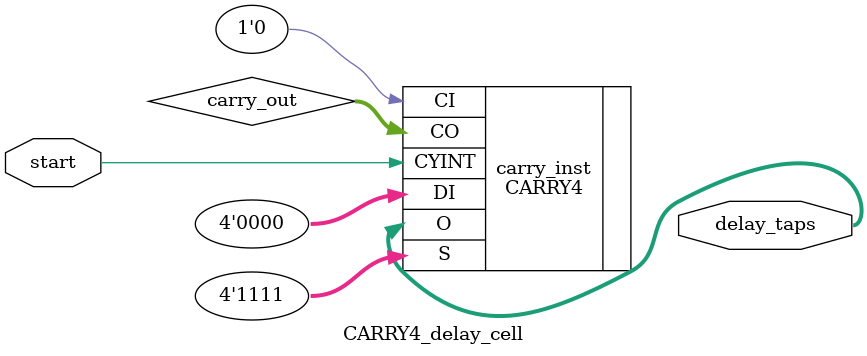
<source format=sv>
module CARRY4_delay_cell (
    input logic start,
    output logic [3:0] delay_taps
);
    logic [3:0] carry_out;

    CARRY4 carry_inst (
        .CI(1'b0),
        .CYINT(start),
        .DI(4'b0000),
        .S(4'b1111),
        .O(delay_taps),
        .CO(carry_out)

    );

endmodule
</source>
